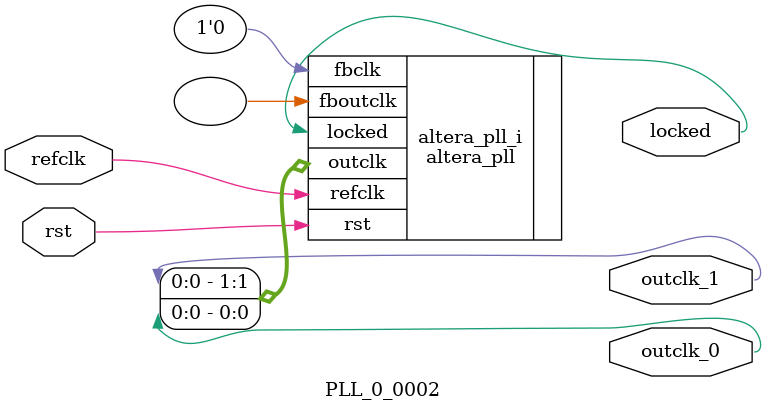
<source format=v>
`timescale 1ns/10ps
module  PLL_0_0002(

	// interface 'refclk'
	input wire refclk,

	// interface 'reset'
	input wire rst,

	// interface 'outclk0'
	output wire outclk_0,

	// interface 'outclk1'
	output wire outclk_1,

	// interface 'locked'
	output wire locked
);

	altera_pll #(
		.fractional_vco_multiplier("false"),
		.reference_clock_frequency("50.0 MHz"),
		.operation_mode("direct"),
		.number_of_clocks(2),
		.output_clock_frequency0("50.000000 MHz"),
		.phase_shift0("0 ps"),
		.duty_cycle0(50),
		.output_clock_frequency1("200.000000 MHz"),
		.phase_shift1("0 ps"),
		.duty_cycle1(50),
		.output_clock_frequency2("0 MHz"),
		.phase_shift2("0 ps"),
		.duty_cycle2(50),
		.output_clock_frequency3("0 MHz"),
		.phase_shift3("0 ps"),
		.duty_cycle3(50),
		.output_clock_frequency4("0 MHz"),
		.phase_shift4("0 ps"),
		.duty_cycle4(50),
		.output_clock_frequency5("0 MHz"),
		.phase_shift5("0 ps"),
		.duty_cycle5(50),
		.output_clock_frequency6("0 MHz"),
		.phase_shift6("0 ps"),
		.duty_cycle6(50),
		.output_clock_frequency7("0 MHz"),
		.phase_shift7("0 ps"),
		.duty_cycle7(50),
		.output_clock_frequency8("0 MHz"),
		.phase_shift8("0 ps"),
		.duty_cycle8(50),
		.output_clock_frequency9("0 MHz"),
		.phase_shift9("0 ps"),
		.duty_cycle9(50),
		.output_clock_frequency10("0 MHz"),
		.phase_shift10("0 ps"),
		.duty_cycle10(50),
		.output_clock_frequency11("0 MHz"),
		.phase_shift11("0 ps"),
		.duty_cycle11(50),
		.output_clock_frequency12("0 MHz"),
		.phase_shift12("0 ps"),
		.duty_cycle12(50),
		.output_clock_frequency13("0 MHz"),
		.phase_shift13("0 ps"),
		.duty_cycle13(50),
		.output_clock_frequency14("0 MHz"),
		.phase_shift14("0 ps"),
		.duty_cycle14(50),
		.output_clock_frequency15("0 MHz"),
		.phase_shift15("0 ps"),
		.duty_cycle15(50),
		.output_clock_frequency16("0 MHz"),
		.phase_shift16("0 ps"),
		.duty_cycle16(50),
		.output_clock_frequency17("0 MHz"),
		.phase_shift17("0 ps"),
		.duty_cycle17(50),
		.pll_type("General"),
		.pll_subtype("General")
	) altera_pll_i (
		.rst	(rst),
		.outclk	({outclk_1, outclk_0}),
		.locked	(locked),
		.fboutclk	( ),
		.fbclk	(1'b0),
		.refclk	(refclk)
	);
endmodule


</source>
